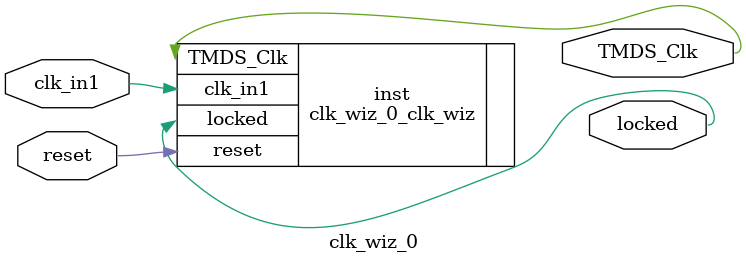
<source format=v>


`timescale 1ps/1ps

(* CORE_GENERATION_INFO = "clk_wiz_0,clk_wiz_v6_0_4_0_0,{component_name=clk_wiz_0,use_phase_alignment=true,use_min_o_jitter=false,use_max_i_jitter=false,use_dyn_phase_shift=false,use_inclk_switchover=false,use_dyn_reconfig=false,enable_axi=0,feedback_source=FDBK_AUTO,PRIMITIVE=MMCM,num_out_clk=1,clkin1_period=10.000,clkin2_period=10.000,use_power_down=false,use_reset=true,use_locked=true,use_inclk_stopped=false,feedback_type=SINGLE,CLOCK_MGR_TYPE=NA,manual_override=false}" *)

module clk_wiz_0 
 (
  // Clock out ports
  output        TMDS_Clk,
  // Status and control signals
  input         reset,
  output        locked,
 // Clock in ports
  input         clk_in1
 );

  clk_wiz_0_clk_wiz inst
  (
  // Clock out ports  
  .TMDS_Clk(TMDS_Clk),
  // Status and control signals               
  .reset(reset), 
  .locked(locked),
 // Clock in ports
  .clk_in1(clk_in1)
  );

endmodule

</source>
